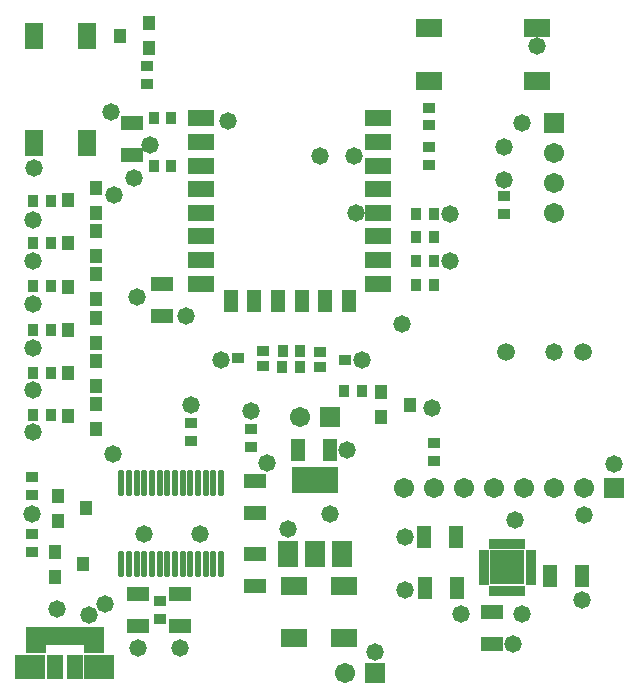
<source format=gts>
G04*
G04 #@! TF.GenerationSoftware,Altium Limited,Altium Designer,18.1.7 (191)*
G04*
G04 Layer_Color=8388736*
%FSLAX25Y25*%
%MOIN*%
G70*
G01*
G75*
%ADD37R,0.01981X0.03753*%
%ADD38R,0.03753X0.01981*%
%ADD39R,0.11627X0.11233*%
%ADD40R,0.05131X0.07493*%
%ADD41R,0.08674X0.05524*%
%ADD42R,0.06700X0.08700*%
%ADD43R,0.15800X0.08700*%
%ADD44O,0.02178X0.09068*%
%ADD45R,0.04300X0.03600*%
%ADD46R,0.06312X0.09068*%
%ADD47R,0.04343X0.03556*%
%ADD48R,0.03556X0.04343*%
%ADD49R,0.09068X0.06312*%
%ADD50R,0.04343X0.04737*%
%ADD51R,0.02572X0.06233*%
%ADD52R,0.06607X0.09068*%
%ADD53R,0.05426X0.08280*%
%ADD54R,0.10150X0.08280*%
%ADD55R,0.05131X0.07493*%
%ADD56R,0.07493X0.05131*%
%ADD57R,0.06706X0.06706*%
%ADD58C,0.06706*%
%ADD59R,0.06706X0.06706*%
%ADD60C,0.05918*%
%ADD61C,0.05800*%
D37*
X276417Y313193D02*
D03*
X274449D02*
D03*
X272480D02*
D03*
X270512D02*
D03*
X268543D02*
D03*
X266575D02*
D03*
Y297445D02*
D03*
X268543D02*
D03*
X270512D02*
D03*
X272480D02*
D03*
X274449D02*
D03*
X276417D02*
D03*
D38*
X263622Y310240D02*
D03*
Y308272D02*
D03*
Y306303D02*
D03*
Y304335D02*
D03*
Y302366D02*
D03*
Y300398D02*
D03*
X279370D02*
D03*
Y302366D02*
D03*
Y304335D02*
D03*
Y306303D02*
D03*
Y308272D02*
D03*
Y310240D02*
D03*
D39*
X271496Y305319D02*
D03*
D40*
X218713Y393976D02*
D03*
X210839D02*
D03*
X202965D02*
D03*
X195091D02*
D03*
X187216D02*
D03*
X179342D02*
D03*
D41*
X228555Y455000D02*
D03*
Y447126D02*
D03*
Y439252D02*
D03*
Y431378D02*
D03*
Y423504D02*
D03*
Y415630D02*
D03*
Y407756D02*
D03*
Y399882D02*
D03*
X169500D02*
D03*
Y407756D02*
D03*
Y415630D02*
D03*
Y423504D02*
D03*
Y431378D02*
D03*
Y439252D02*
D03*
Y447126D02*
D03*
Y455000D02*
D03*
D42*
X198445Y309614D02*
D03*
X207500D02*
D03*
X216555D02*
D03*
D43*
X207500Y334500D02*
D03*
D44*
X176134Y333583D02*
D03*
X173575D02*
D03*
X171016D02*
D03*
X168457D02*
D03*
X165898D02*
D03*
X163339D02*
D03*
X160780D02*
D03*
X158221D02*
D03*
X155661D02*
D03*
X153102D02*
D03*
X150543D02*
D03*
X147984D02*
D03*
X145425D02*
D03*
X142866D02*
D03*
X176134Y306417D02*
D03*
X173575D02*
D03*
X171016D02*
D03*
X168457D02*
D03*
X165898D02*
D03*
X163339D02*
D03*
X160780D02*
D03*
X158221D02*
D03*
X155661D02*
D03*
X153102D02*
D03*
X150543D02*
D03*
X147984D02*
D03*
X145425D02*
D03*
X142866D02*
D03*
D45*
X217500Y374500D02*
D03*
X209232Y371941D02*
D03*
Y377059D02*
D03*
X181732Y375000D02*
D03*
X190000Y377559D02*
D03*
Y372441D02*
D03*
D46*
X113784Y482500D02*
D03*
Y446673D02*
D03*
X131500Y482500D02*
D03*
Y446673D02*
D03*
D47*
X246996Y340913D02*
D03*
Y346819D02*
D03*
X245500Y439547D02*
D03*
Y445453D02*
D03*
X270500Y423047D02*
D03*
Y428953D02*
D03*
X245500Y458500D02*
D03*
Y452595D02*
D03*
X151500Y472453D02*
D03*
Y466547D02*
D03*
X113000Y329547D02*
D03*
Y335453D02*
D03*
X113000Y310500D02*
D03*
Y316406D02*
D03*
X155638Y288047D02*
D03*
Y293953D02*
D03*
X166000Y347547D02*
D03*
Y353453D02*
D03*
X186000Y345547D02*
D03*
Y351453D02*
D03*
D48*
X241094Y399500D02*
D03*
X247000D02*
D03*
X119405Y413500D02*
D03*
X113500D02*
D03*
X119405Y399000D02*
D03*
X113500D02*
D03*
X119453Y384500D02*
D03*
X113547D02*
D03*
X119453Y370000D02*
D03*
X113547D02*
D03*
X119405Y356000D02*
D03*
X113500D02*
D03*
X119453Y427500D02*
D03*
X113547D02*
D03*
X246953Y423000D02*
D03*
X241047D02*
D03*
X247000Y415500D02*
D03*
X241094D02*
D03*
X247000Y407500D02*
D03*
X241094D02*
D03*
X202500Y377559D02*
D03*
X196595D02*
D03*
X153595Y439000D02*
D03*
X159500D02*
D03*
X202453Y372000D02*
D03*
X196547D02*
D03*
X153595Y455000D02*
D03*
X159500D02*
D03*
X222953Y364000D02*
D03*
X217047D02*
D03*
D49*
X281327Y485000D02*
D03*
X245500D02*
D03*
X281327Y467283D02*
D03*
X245500D02*
D03*
X217000Y281677D02*
D03*
Y299000D02*
D03*
X200500Y281677D02*
D03*
Y299000D02*
D03*
D50*
X151949Y478366D02*
D03*
Y486634D02*
D03*
X142500Y482500D02*
D03*
X134500Y409232D02*
D03*
Y417500D02*
D03*
X125051Y413366D02*
D03*
X134500Y394732D02*
D03*
Y403000D02*
D03*
X125051Y398866D02*
D03*
X134500Y380232D02*
D03*
Y388500D02*
D03*
X125051Y384366D02*
D03*
X134500Y365866D02*
D03*
Y374134D02*
D03*
X125051Y370000D02*
D03*
X134500Y351500D02*
D03*
Y359768D02*
D03*
X125051Y355634D02*
D03*
X134500Y423500D02*
D03*
Y431768D02*
D03*
X125051Y427634D02*
D03*
X229551Y363634D02*
D03*
Y355366D02*
D03*
X239000Y359500D02*
D03*
X121598Y329134D02*
D03*
Y320866D02*
D03*
X131047Y325000D02*
D03*
X120783Y310453D02*
D03*
Y302185D02*
D03*
X130232Y306319D02*
D03*
D51*
X118915Y282472D02*
D03*
X121474D02*
D03*
X124033D02*
D03*
X126593D02*
D03*
X129152D02*
D03*
D52*
X133689Y281055D02*
D03*
X114378D02*
D03*
D53*
X120736Y272000D02*
D03*
X127331D02*
D03*
D54*
X112567D02*
D03*
X135500D02*
D03*
D55*
X254626Y298319D02*
D03*
X243996D02*
D03*
X254496Y315319D02*
D03*
X243866D02*
D03*
X285681Y302319D02*
D03*
X296311D02*
D03*
X212500Y344500D02*
D03*
X201870D02*
D03*
D56*
X266575Y290319D02*
D03*
Y279689D02*
D03*
X146328Y453315D02*
D03*
Y442685D02*
D03*
X156500Y399815D02*
D03*
Y389185D02*
D03*
X187500Y299185D02*
D03*
Y309815D02*
D03*
X148543Y296315D02*
D03*
Y285685D02*
D03*
X187500Y323500D02*
D03*
Y334130D02*
D03*
X162543Y296315D02*
D03*
Y285685D02*
D03*
D57*
X306996Y331819D02*
D03*
X212500Y355500D02*
D03*
X227500Y270000D02*
D03*
D58*
X296996Y331819D02*
D03*
X286996D02*
D03*
X276996D02*
D03*
X266996D02*
D03*
X256996D02*
D03*
X246996D02*
D03*
X236996D02*
D03*
X287000Y423500D02*
D03*
Y433500D02*
D03*
Y443500D02*
D03*
X202500Y355500D02*
D03*
X217500Y270000D02*
D03*
D59*
X287000Y453500D02*
D03*
D60*
X296590Y377000D02*
D03*
X271000D02*
D03*
D61*
X166000Y359500D02*
D03*
X186000Y357500D02*
D03*
X274000Y321000D02*
D03*
X296996Y322819D02*
D03*
X148000Y395500D02*
D03*
X152500Y446000D02*
D03*
X246500Y358500D02*
D03*
X191500Y340000D02*
D03*
X164315Y389185D02*
D03*
X132181Y289500D02*
D03*
X140500Y429500D02*
D03*
X140000Y342989D02*
D03*
X113181Y323000D02*
D03*
X212500D02*
D03*
X218235Y344500D02*
D03*
X162543Y278500D02*
D03*
X148543Y278543D02*
D03*
X169000Y316500D02*
D03*
X150485D02*
D03*
X137328Y293000D02*
D03*
X121500Y291500D02*
D03*
X198445Y318000D02*
D03*
X227500Y277000D02*
D03*
X178500Y454000D02*
D03*
X176000Y374500D02*
D03*
X223000D02*
D03*
X281327Y479000D02*
D03*
X270500Y434500D02*
D03*
X306996Y339819D02*
D03*
X276500Y453500D02*
D03*
X270374Y445500D02*
D03*
X252500Y423000D02*
D03*
X209232Y442500D02*
D03*
X220500D02*
D03*
X296311Y294504D02*
D03*
X255996Y289819D02*
D03*
X237496Y315319D02*
D03*
Y297819D02*
D03*
X273366Y279689D02*
D03*
X276417Y289819D02*
D03*
X113784Y438500D02*
D03*
X252500Y407500D02*
D03*
X287059Y377000D02*
D03*
X236500Y386500D02*
D03*
X221000Y423500D02*
D03*
X139500Y457000D02*
D03*
X113547Y421047D02*
D03*
X113500Y407500D02*
D03*
Y393000D02*
D03*
X113547Y378500D02*
D03*
Y364500D02*
D03*
X113500Y350500D02*
D03*
X147000Y435000D02*
D03*
M02*

</source>
